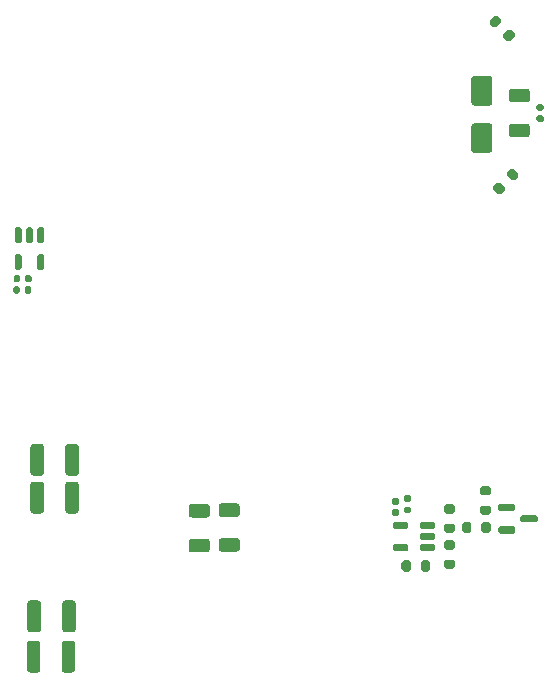
<source format=gbr>
G04 #@! TF.GenerationSoftware,KiCad,Pcbnew,9.0.1+1*
G04 #@! TF.CreationDate,2025-12-16T10:26:37+00:00*
G04 #@! TF.ProjectId,c64psu,63363470-7375-42e6-9b69-6361645f7063,rev?*
G04 #@! TF.SameCoordinates,Original*
G04 #@! TF.FileFunction,Paste,Bot*
G04 #@! TF.FilePolarity,Positive*
%FSLAX46Y46*%
G04 Gerber Fmt 4.6, Leading zero omitted, Abs format (unit mm)*
G04 Created by KiCad (PCBNEW 9.0.1+1) date 2025-12-16 10:26:37*
%MOMM*%
%LPD*%
G01*
G04 APERTURE LIST*
G04 APERTURE END LIST*
G36*
G01*
X197296800Y-52036802D02*
X195996800Y-52036802D01*
G75*
G02*
X195746800Y-51786802I0J250000D01*
G01*
X195746800Y-49786802D01*
G75*
G02*
X195996800Y-49536802I250000J0D01*
G01*
X197296800Y-49536802D01*
G75*
G02*
X197546800Y-49786802I0J-250000D01*
G01*
X197546800Y-51786802D01*
G75*
G02*
X197296800Y-52036802I-250000J0D01*
G01*
G37*
G36*
G01*
X197296800Y-48036800D02*
X195996800Y-48036800D01*
G75*
G02*
X195746800Y-47786800I0J250000D01*
G01*
X195746800Y-45786800D01*
G75*
G02*
X195996800Y-45536800I250000J0D01*
G01*
X197296800Y-45536800D01*
G75*
G02*
X197546800Y-45786800I0J-250000D01*
G01*
X197546800Y-47786800D01*
G75*
G02*
X197296800Y-48036800I-250000J0D01*
G01*
G37*
G36*
G01*
X193628600Y-84830200D02*
X194178600Y-84830200D01*
G75*
G02*
X194378600Y-85030200I0J-200000D01*
G01*
X194378600Y-85430200D01*
G75*
G02*
X194178600Y-85630200I-200000J0D01*
G01*
X193628600Y-85630200D01*
G75*
G02*
X193428600Y-85430200I0J200000D01*
G01*
X193428600Y-85030200D01*
G75*
G02*
X193628600Y-84830200I200000J0D01*
G01*
G37*
G36*
G01*
X193628600Y-86480200D02*
X194178600Y-86480200D01*
G75*
G02*
X194378600Y-86680200I0J-200000D01*
G01*
X194378600Y-87080200D01*
G75*
G02*
X194178600Y-87280200I-200000J0D01*
G01*
X193628600Y-87280200D01*
G75*
G02*
X193428600Y-87080200I0J200000D01*
G01*
X193428600Y-86680200D01*
G75*
G02*
X193628600Y-86480200I200000J0D01*
G01*
G37*
G36*
G01*
X192706400Y-83431201D02*
X192706400Y-83731201D01*
G75*
G02*
X192556400Y-83881201I-150000J0D01*
G01*
X191531400Y-83881201D01*
G75*
G02*
X191381400Y-83731201I0J150000D01*
G01*
X191381400Y-83431201D01*
G75*
G02*
X191531400Y-83281201I150000J0D01*
G01*
X192556400Y-83281201D01*
G75*
G02*
X192706400Y-83431201I0J-150000D01*
G01*
G37*
G36*
G01*
X192706400Y-84381200D02*
X192706400Y-84681200D01*
G75*
G02*
X192556400Y-84831200I-150000J0D01*
G01*
X191531400Y-84831200D01*
G75*
G02*
X191381400Y-84681200I0J150000D01*
G01*
X191381400Y-84381200D01*
G75*
G02*
X191531400Y-84231200I150000J0D01*
G01*
X192556400Y-84231200D01*
G75*
G02*
X192706400Y-84381200I0J-150000D01*
G01*
G37*
G36*
G01*
X192706400Y-85331199D02*
X192706400Y-85631199D01*
G75*
G02*
X192556400Y-85781199I-150000J0D01*
G01*
X191531400Y-85781199D01*
G75*
G02*
X191381400Y-85631199I0J150000D01*
G01*
X191381400Y-85331199D01*
G75*
G02*
X191531400Y-85181199I150000J0D01*
G01*
X192556400Y-85181199D01*
G75*
G02*
X192706400Y-85331199I0J-150000D01*
G01*
G37*
G36*
G01*
X190431400Y-85331199D02*
X190431400Y-85631199D01*
G75*
G02*
X190281400Y-85781199I-150000J0D01*
G01*
X189256400Y-85781199D01*
G75*
G02*
X189106400Y-85631199I0J150000D01*
G01*
X189106400Y-85331199D01*
G75*
G02*
X189256400Y-85181199I150000J0D01*
G01*
X190281400Y-85181199D01*
G75*
G02*
X190431400Y-85331199I0J-150000D01*
G01*
G37*
G36*
G01*
X190431400Y-83431201D02*
X190431400Y-83731201D01*
G75*
G02*
X190281400Y-83881201I-150000J0D01*
G01*
X189256400Y-83881201D01*
G75*
G02*
X189106400Y-83731201I0J150000D01*
G01*
X189106400Y-83431201D01*
G75*
G02*
X189256400Y-83281201I150000J0D01*
G01*
X190281400Y-83281201D01*
G75*
G02*
X190431400Y-83431201I0J-150000D01*
G01*
G37*
G36*
G01*
X157243601Y-58347200D02*
X157543601Y-58347200D01*
G75*
G02*
X157693601Y-58497200I0J-150000D01*
G01*
X157693601Y-59522200D01*
G75*
G02*
X157543601Y-59672200I-150000J0D01*
G01*
X157243601Y-59672200D01*
G75*
G02*
X157093601Y-59522200I0J150000D01*
G01*
X157093601Y-58497200D01*
G75*
G02*
X157243601Y-58347200I150000J0D01*
G01*
G37*
G36*
G01*
X158193600Y-58347200D02*
X158493600Y-58347200D01*
G75*
G02*
X158643600Y-58497200I0J-150000D01*
G01*
X158643600Y-59522200D01*
G75*
G02*
X158493600Y-59672200I-150000J0D01*
G01*
X158193600Y-59672200D01*
G75*
G02*
X158043600Y-59522200I0J150000D01*
G01*
X158043600Y-58497200D01*
G75*
G02*
X158193600Y-58347200I150000J0D01*
G01*
G37*
G36*
G01*
X159143599Y-58347200D02*
X159443599Y-58347200D01*
G75*
G02*
X159593599Y-58497200I0J-150000D01*
G01*
X159593599Y-59522200D01*
G75*
G02*
X159443599Y-59672200I-150000J0D01*
G01*
X159143599Y-59672200D01*
G75*
G02*
X158993599Y-59522200I0J150000D01*
G01*
X158993599Y-58497200D01*
G75*
G02*
X159143599Y-58347200I150000J0D01*
G01*
G37*
G36*
G01*
X159143599Y-60622200D02*
X159443599Y-60622200D01*
G75*
G02*
X159593599Y-60772200I0J-150000D01*
G01*
X159593599Y-61797200D01*
G75*
G02*
X159443599Y-61947200I-150000J0D01*
G01*
X159143599Y-61947200D01*
G75*
G02*
X158993599Y-61797200I0J150000D01*
G01*
X158993599Y-60772200D01*
G75*
G02*
X159143599Y-60622200I150000J0D01*
G01*
G37*
G36*
G01*
X157243601Y-60622200D02*
X157543601Y-60622200D01*
G75*
G02*
X157693601Y-60772200I0J-150000D01*
G01*
X157693601Y-61797200D01*
G75*
G02*
X157543601Y-61947200I-150000J0D01*
G01*
X157243601Y-61947200D01*
G75*
G02*
X157093601Y-61797200I0J150000D01*
G01*
X157093601Y-60772200D01*
G75*
G02*
X157243601Y-60622200I150000J0D01*
G01*
G37*
G36*
G01*
X192283800Y-86745400D02*
X192283800Y-87295400D01*
G75*
G02*
X192083800Y-87495400I-200000J0D01*
G01*
X191683800Y-87495400D01*
G75*
G02*
X191483800Y-87295400I0J200000D01*
G01*
X191483800Y-86745400D01*
G75*
G02*
X191683800Y-86545400I200000J0D01*
G01*
X192083800Y-86545400D01*
G75*
G02*
X192283800Y-86745400I0J-200000D01*
G01*
G37*
G36*
G01*
X190633800Y-86745400D02*
X190633800Y-87295400D01*
G75*
G02*
X190433800Y-87495400I-200000J0D01*
G01*
X190033800Y-87495400D01*
G75*
G02*
X189833800Y-87295400I0J200000D01*
G01*
X189833800Y-86745400D01*
G75*
G02*
X190033800Y-86545400I200000J0D01*
G01*
X190433800Y-86545400D01*
G75*
G02*
X190633800Y-86745400I0J-200000D01*
G01*
G37*
G36*
G01*
X197226600Y-82696000D02*
X196676600Y-82696000D01*
G75*
G02*
X196476600Y-82496000I0J200000D01*
G01*
X196476600Y-82096000D01*
G75*
G02*
X196676600Y-81896000I200000J0D01*
G01*
X197226600Y-81896000D01*
G75*
G02*
X197426600Y-82096000I0J-200000D01*
G01*
X197426600Y-82496000D01*
G75*
G02*
X197226600Y-82696000I-200000J0D01*
G01*
G37*
G36*
G01*
X197226600Y-81046000D02*
X196676600Y-81046000D01*
G75*
G02*
X196476600Y-80846000I0J200000D01*
G01*
X196476600Y-80446000D01*
G75*
G02*
X196676600Y-80246000I200000J0D01*
G01*
X197226600Y-80246000D01*
G75*
G02*
X197426600Y-80446000I0J-200000D01*
G01*
X197426600Y-80846000D01*
G75*
G02*
X197226600Y-81046000I-200000J0D01*
G01*
G37*
G36*
G01*
X162222400Y-93591200D02*
X162222400Y-95791200D01*
G75*
G02*
X161972400Y-96041200I-250000J0D01*
G01*
X161322400Y-96041200D01*
G75*
G02*
X161072400Y-95791200I0J250000D01*
G01*
X161072400Y-93591200D01*
G75*
G02*
X161322400Y-93341200I250000J0D01*
G01*
X161972400Y-93341200D01*
G75*
G02*
X162222400Y-93591200I0J-250000D01*
G01*
G37*
G36*
G01*
X159272400Y-93591200D02*
X159272400Y-95791200D01*
G75*
G02*
X159022400Y-96041200I-250000J0D01*
G01*
X158372400Y-96041200D01*
G75*
G02*
X158122400Y-95791200I0J250000D01*
G01*
X158122400Y-93591200D01*
G75*
G02*
X158372400Y-93341200I250000J0D01*
G01*
X159022400Y-93341200D01*
G75*
G02*
X159272400Y-93591200I0J-250000D01*
G01*
G37*
G36*
G01*
X158427199Y-79128800D02*
X158427199Y-76928800D01*
G75*
G02*
X158677199Y-76678800I250000J0D01*
G01*
X159327199Y-76678800D01*
G75*
G02*
X159577199Y-76928800I0J-250000D01*
G01*
X159577199Y-79128800D01*
G75*
G02*
X159327199Y-79378800I-250000J0D01*
G01*
X158677199Y-79378800D01*
G75*
G02*
X158427199Y-79128800I0J250000D01*
G01*
G37*
G36*
G01*
X161377201Y-79128800D02*
X161377201Y-76928800D01*
G75*
G02*
X161627201Y-76678800I250000J0D01*
G01*
X162277201Y-76678800D01*
G75*
G02*
X162527201Y-76928800I0J-250000D01*
G01*
X162527201Y-79128800D01*
G75*
G02*
X162277201Y-79378800I-250000J0D01*
G01*
X161627201Y-79378800D01*
G75*
G02*
X161377201Y-79128800I0J250000D01*
G01*
G37*
G36*
G01*
X174603708Y-81712215D02*
X175903708Y-81712215D01*
G75*
G02*
X176153708Y-81962215I0J-250000D01*
G01*
X176153708Y-82612215D01*
G75*
G02*
X175903708Y-82862215I-250000J0D01*
G01*
X174603708Y-82862215D01*
G75*
G02*
X174353708Y-82612215I0J250000D01*
G01*
X174353708Y-81962215D01*
G75*
G02*
X174603708Y-81712215I250000J0D01*
G01*
G37*
G36*
G01*
X174603708Y-84662217D02*
X175903708Y-84662217D01*
G75*
G02*
X176153708Y-84912217I0J-250000D01*
G01*
X176153708Y-85562217D01*
G75*
G02*
X175903708Y-85812217I-250000J0D01*
G01*
X174603708Y-85812217D01*
G75*
G02*
X174353708Y-85562217I0J250000D01*
G01*
X174353708Y-84912217D01*
G75*
G02*
X174603708Y-84662217I250000J0D01*
G01*
G37*
G36*
G01*
X199350551Y-53396940D02*
X199739460Y-53785849D01*
G75*
G02*
X199739460Y-54068691I-141421J-141421D01*
G01*
X199456617Y-54351534D01*
G75*
G02*
X199173775Y-54351534I-141421J141421D01*
G01*
X198784866Y-53962625D01*
G75*
G02*
X198784866Y-53679783I141421J141421D01*
G01*
X199067709Y-53396940D01*
G75*
G02*
X199350551Y-53396940I141421J-141421D01*
G01*
G37*
G36*
G01*
X198183825Y-54563666D02*
X198572734Y-54952575D01*
G75*
G02*
X198572734Y-55235417I-141421J-141421D01*
G01*
X198289891Y-55518260D01*
G75*
G02*
X198007049Y-55518260I-141421J141421D01*
G01*
X197618140Y-55129351D01*
G75*
G02*
X197618140Y-54846509I141421J141421D01*
G01*
X197900983Y-54563666D01*
G75*
G02*
X198183825Y-54563666I141421J-141421D01*
G01*
G37*
G36*
G01*
X199170000Y-46619999D02*
X200470000Y-46619999D01*
G75*
G02*
X200720000Y-46869999I0J-250000D01*
G01*
X200720000Y-47519999D01*
G75*
G02*
X200470000Y-47769999I-250000J0D01*
G01*
X199170000Y-47769999D01*
G75*
G02*
X198920000Y-47519999I0J250000D01*
G01*
X198920000Y-46869999D01*
G75*
G02*
X199170000Y-46619999I250000J0D01*
G01*
G37*
G36*
G01*
X199170000Y-49570001D02*
X200470000Y-49570001D01*
G75*
G02*
X200720000Y-49820001I0J-250000D01*
G01*
X200720000Y-50470001D01*
G75*
G02*
X200470000Y-50720001I-250000J0D01*
G01*
X199170000Y-50720001D01*
G75*
G02*
X198920000Y-50470001I0J250000D01*
G01*
X198920000Y-49820001D01*
G75*
G02*
X199170000Y-49570001I250000J0D01*
G01*
G37*
G36*
G01*
X156974000Y-63822400D02*
X156974000Y-63482400D01*
G75*
G02*
X157114000Y-63342400I140000J0D01*
G01*
X157394000Y-63342400D01*
G75*
G02*
X157534000Y-63482400I0J-140000D01*
G01*
X157534000Y-63822400D01*
G75*
G02*
X157394000Y-63962400I-140000J0D01*
G01*
X157114000Y-63962400D01*
G75*
G02*
X156974000Y-63822400I0J140000D01*
G01*
G37*
G36*
G01*
X157934000Y-63822400D02*
X157934000Y-63482400D01*
G75*
G02*
X158074000Y-63342400I140000J0D01*
G01*
X158354000Y-63342400D01*
G75*
G02*
X158494000Y-63482400I0J-140000D01*
G01*
X158494000Y-63822400D01*
G75*
G02*
X158354000Y-63962400I-140000J0D01*
G01*
X158074000Y-63962400D01*
G75*
G02*
X157934000Y-63822400I0J140000D01*
G01*
G37*
G36*
G01*
X158427199Y-82329200D02*
X158427199Y-80129200D01*
G75*
G02*
X158677199Y-79879200I250000J0D01*
G01*
X159327199Y-79879200D01*
G75*
G02*
X159577199Y-80129200I0J-250000D01*
G01*
X159577199Y-82329200D01*
G75*
G02*
X159327199Y-82579200I-250000J0D01*
G01*
X158677199Y-82579200D01*
G75*
G02*
X158427199Y-82329200I0J250000D01*
G01*
G37*
G36*
G01*
X161377201Y-82329200D02*
X161377201Y-80129200D01*
G75*
G02*
X161627201Y-79879200I250000J0D01*
G01*
X162277201Y-79879200D01*
G75*
G02*
X162527201Y-80129200I0J-250000D01*
G01*
X162527201Y-82329200D01*
G75*
G02*
X162277201Y-82579200I-250000J0D01*
G01*
X161627201Y-82579200D01*
G75*
G02*
X161377201Y-82329200I0J250000D01*
G01*
G37*
G36*
G01*
X162273201Y-90187600D02*
X162273201Y-92387600D01*
G75*
G02*
X162023201Y-92637600I-250000J0D01*
G01*
X161373201Y-92637600D01*
G75*
G02*
X161123201Y-92387600I0J250000D01*
G01*
X161123201Y-90187600D01*
G75*
G02*
X161373201Y-89937600I250000J0D01*
G01*
X162023201Y-89937600D01*
G75*
G02*
X162273201Y-90187600I0J-250000D01*
G01*
G37*
G36*
G01*
X159323199Y-90187600D02*
X159323199Y-92387600D01*
G75*
G02*
X159073199Y-92637600I-250000J0D01*
G01*
X158423199Y-92637600D01*
G75*
G02*
X158173199Y-92387600I0J250000D01*
G01*
X158173199Y-90187600D01*
G75*
G02*
X158423199Y-89937600I250000J0D01*
G01*
X159073199Y-89937600D01*
G75*
G02*
X159323199Y-90187600I0J-250000D01*
G01*
G37*
G36*
G01*
X194964600Y-84044200D02*
X194964600Y-83494200D01*
G75*
G02*
X195164600Y-83294200I200000J0D01*
G01*
X195564600Y-83294200D01*
G75*
G02*
X195764600Y-83494200I0J-200000D01*
G01*
X195764600Y-84044200D01*
G75*
G02*
X195564600Y-84244200I-200000J0D01*
G01*
X195164600Y-84244200D01*
G75*
G02*
X194964600Y-84044200I0J200000D01*
G01*
G37*
G36*
G01*
X196614600Y-84044200D02*
X196614600Y-83494200D01*
G75*
G02*
X196814600Y-83294200I200000J0D01*
G01*
X197214600Y-83294200D01*
G75*
G02*
X197414600Y-83494200I0J-200000D01*
G01*
X197414600Y-84044200D01*
G75*
G02*
X197214600Y-84244200I-200000J0D01*
G01*
X196814600Y-84244200D01*
G75*
G02*
X196614600Y-84044200I0J200000D01*
G01*
G37*
G36*
G01*
X189161600Y-81259200D02*
X189501600Y-81259200D01*
G75*
G02*
X189641600Y-81399200I0J-140000D01*
G01*
X189641600Y-81679200D01*
G75*
G02*
X189501600Y-81819200I-140000J0D01*
G01*
X189161600Y-81819200D01*
G75*
G02*
X189021600Y-81679200I0J140000D01*
G01*
X189021600Y-81399200D01*
G75*
G02*
X189161600Y-81259200I140000J0D01*
G01*
G37*
G36*
G01*
X189161600Y-82219200D02*
X189501600Y-82219200D01*
G75*
G02*
X189641600Y-82359200I0J-140000D01*
G01*
X189641600Y-82639200D01*
G75*
G02*
X189501600Y-82779200I-140000J0D01*
G01*
X189161600Y-82779200D01*
G75*
G02*
X189021600Y-82639200I0J140000D01*
G01*
X189021600Y-82359200D01*
G75*
G02*
X189161600Y-82219200I140000J0D01*
G01*
G37*
G36*
G01*
X198019800Y-84121300D02*
X198019800Y-83821300D01*
G75*
G02*
X198169800Y-83671300I150000J0D01*
G01*
X199344800Y-83671300D01*
G75*
G02*
X199494800Y-83821300I0J-150000D01*
G01*
X199494800Y-84121300D01*
G75*
G02*
X199344800Y-84271300I-150000J0D01*
G01*
X198169800Y-84271300D01*
G75*
G02*
X198019800Y-84121300I0J150000D01*
G01*
G37*
G36*
G01*
X198019800Y-82221300D02*
X198019800Y-81921300D01*
G75*
G02*
X198169800Y-81771300I150000J0D01*
G01*
X199344800Y-81771300D01*
G75*
G02*
X199494800Y-81921300I0J-150000D01*
G01*
X199494800Y-82221300D01*
G75*
G02*
X199344800Y-82371300I-150000J0D01*
G01*
X198169800Y-82371300D01*
G75*
G02*
X198019800Y-82221300I0J150000D01*
G01*
G37*
G36*
G01*
X199894801Y-83171300D02*
X199894801Y-82871300D01*
G75*
G02*
X200044801Y-82721300I150000J0D01*
G01*
X201219801Y-82721300D01*
G75*
G02*
X201369801Y-82871300I0J-150000D01*
G01*
X201369801Y-83171300D01*
G75*
G02*
X201219801Y-83321300I-150000J0D01*
G01*
X200044801Y-83321300D01*
G75*
G02*
X199894801Y-83171300I0J150000D01*
G01*
G37*
G36*
G01*
X172071743Y-81763741D02*
X173371743Y-81763741D01*
G75*
G02*
X173621743Y-82013741I0J-250000D01*
G01*
X173621743Y-82663741D01*
G75*
G02*
X173371743Y-82913741I-250000J0D01*
G01*
X172071743Y-82913741D01*
G75*
G02*
X171821743Y-82663741I0J250000D01*
G01*
X171821743Y-82013741D01*
G75*
G02*
X172071743Y-81763741I250000J0D01*
G01*
G37*
G36*
G01*
X172071743Y-84713743D02*
X173371743Y-84713743D01*
G75*
G02*
X173621743Y-84963743I0J-250000D01*
G01*
X173621743Y-85613743D01*
G75*
G02*
X173371743Y-85863743I-250000J0D01*
G01*
X172071743Y-85863743D01*
G75*
G02*
X171821743Y-85613743I0J250000D01*
G01*
X171821743Y-84963743D01*
G75*
G02*
X172071743Y-84713743I250000J0D01*
G01*
G37*
G36*
G01*
X201404400Y-47906400D02*
X201744400Y-47906400D01*
G75*
G02*
X201884400Y-48046400I0J-140000D01*
G01*
X201884400Y-48326400D01*
G75*
G02*
X201744400Y-48466400I-140000J0D01*
G01*
X201404400Y-48466400D01*
G75*
G02*
X201264400Y-48326400I0J140000D01*
G01*
X201264400Y-48046400D01*
G75*
G02*
X201404400Y-47906400I140000J0D01*
G01*
G37*
G36*
G01*
X201404400Y-48866400D02*
X201744400Y-48866400D01*
G75*
G02*
X201884400Y-49006400I0J-140000D01*
G01*
X201884400Y-49286400D01*
G75*
G02*
X201744400Y-49426400I-140000J0D01*
G01*
X201404400Y-49426400D01*
G75*
G02*
X201264400Y-49286400I0J140000D01*
G01*
X201264400Y-49006400D01*
G75*
G02*
X201404400Y-48866400I140000J0D01*
G01*
G37*
G36*
G01*
X190517600Y-82548000D02*
X190177600Y-82548000D01*
G75*
G02*
X190037600Y-82408000I0J140000D01*
G01*
X190037600Y-82128000D01*
G75*
G02*
X190177600Y-81988000I140000J0D01*
G01*
X190517600Y-81988000D01*
G75*
G02*
X190657600Y-82128000I0J-140000D01*
G01*
X190657600Y-82408000D01*
G75*
G02*
X190517600Y-82548000I-140000J0D01*
G01*
G37*
G36*
G01*
X190517600Y-81588000D02*
X190177600Y-81588000D01*
G75*
G02*
X190037600Y-81448000I0J140000D01*
G01*
X190037600Y-81168000D01*
G75*
G02*
X190177600Y-81028000I140000J0D01*
G01*
X190517600Y-81028000D01*
G75*
G02*
X190657600Y-81168000I0J-140000D01*
G01*
X190657600Y-81448000D01*
G75*
G02*
X190517600Y-81588000I-140000J0D01*
G01*
G37*
G36*
G01*
X197313340Y-40831849D02*
X197702249Y-40442940D01*
G75*
G02*
X197985091Y-40442940I141421J-141421D01*
G01*
X198267934Y-40725783D01*
G75*
G02*
X198267934Y-41008625I-141421J-141421D01*
G01*
X197879025Y-41397534D01*
G75*
G02*
X197596183Y-41397534I-141421J141421D01*
G01*
X197313340Y-41114691D01*
G75*
G02*
X197313340Y-40831849I141421J141421D01*
G01*
G37*
G36*
G01*
X198480066Y-41998575D02*
X198868975Y-41609666D01*
G75*
G02*
X199151817Y-41609666I141421J-141421D01*
G01*
X199434660Y-41892509D01*
G75*
G02*
X199434660Y-42175351I-141421J-141421D01*
G01*
X199045751Y-42564260D01*
G75*
G02*
X198762909Y-42564260I-141421J141421D01*
G01*
X198480066Y-42281417D01*
G75*
G02*
X198480066Y-41998575I141421J141421D01*
G01*
G37*
G36*
G01*
X158522000Y-62517200D02*
X158522000Y-62857200D01*
G75*
G02*
X158382000Y-62997200I-140000J0D01*
G01*
X158102000Y-62997200D01*
G75*
G02*
X157962000Y-62857200I0J140000D01*
G01*
X157962000Y-62517200D01*
G75*
G02*
X158102000Y-62377200I140000J0D01*
G01*
X158382000Y-62377200D01*
G75*
G02*
X158522000Y-62517200I0J-140000D01*
G01*
G37*
G36*
G01*
X157562000Y-62517200D02*
X157562000Y-62857200D01*
G75*
G02*
X157422000Y-62997200I-140000J0D01*
G01*
X157142000Y-62997200D01*
G75*
G02*
X157002000Y-62857200I0J140000D01*
G01*
X157002000Y-62517200D01*
G75*
G02*
X157142000Y-62377200I140000J0D01*
G01*
X157422000Y-62377200D01*
G75*
G02*
X157562000Y-62517200I0J-140000D01*
G01*
G37*
G36*
G01*
X194178600Y-84232200D02*
X193628600Y-84232200D01*
G75*
G02*
X193428600Y-84032200I0J200000D01*
G01*
X193428600Y-83632200D01*
G75*
G02*
X193628600Y-83432200I200000J0D01*
G01*
X194178600Y-83432200D01*
G75*
G02*
X194378600Y-83632200I0J-200000D01*
G01*
X194378600Y-84032200D01*
G75*
G02*
X194178600Y-84232200I-200000J0D01*
G01*
G37*
G36*
G01*
X194178600Y-82582200D02*
X193628600Y-82582200D01*
G75*
G02*
X193428600Y-82382200I0J200000D01*
G01*
X193428600Y-81982200D01*
G75*
G02*
X193628600Y-81782200I200000J0D01*
G01*
X194178600Y-81782200D01*
G75*
G02*
X194378600Y-81982200I0J-200000D01*
G01*
X194378600Y-82382200D01*
G75*
G02*
X194178600Y-82582200I-200000J0D01*
G01*
G37*
M02*

</source>
